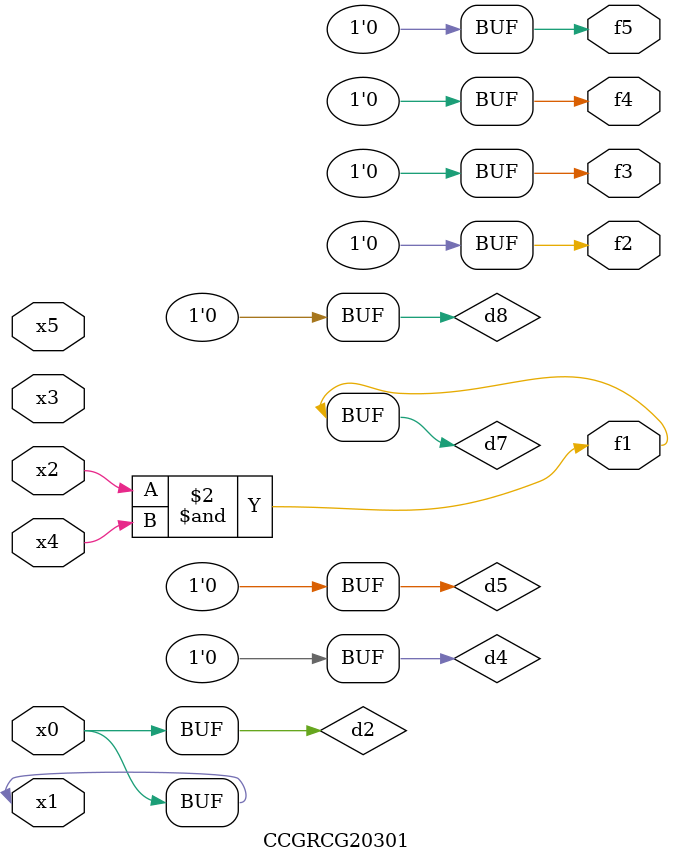
<source format=v>
module CCGRCG20301(
	input x0, x1, x2, x3, x4, x5,
	output f1, f2, f3, f4, f5
);

	wire d1, d2, d3, d4, d5, d6, d7, d8, d9;

	nand (d1, x1);
	buf (d2, x0, x1);
	nand (d3, x2, x4);
	and (d4, d1, d2);
	and (d5, d1, d2);
	nand (d6, d1, d3);
	not (d7, d3);
	xor (d8, d5);
	nor (d9, d5, d6);
	assign f1 = d7;
	assign f2 = d8;
	assign f3 = d8;
	assign f4 = d8;
	assign f5 = d8;
endmodule

</source>
